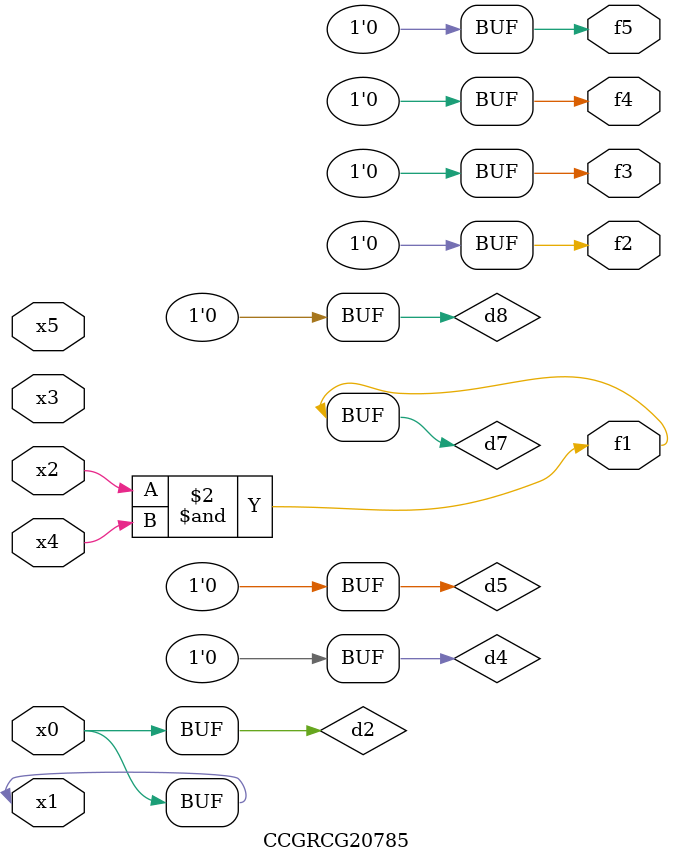
<source format=v>
module CCGRCG20785(
	input x0, x1, x2, x3, x4, x5,
	output f1, f2, f3, f4, f5
);

	wire d1, d2, d3, d4, d5, d6, d7, d8, d9;

	nand (d1, x1);
	buf (d2, x0, x1);
	nand (d3, x2, x4);
	and (d4, d1, d2);
	and (d5, d1, d2);
	nand (d6, d1, d3);
	not (d7, d3);
	xor (d8, d5);
	nor (d9, d5, d6);
	assign f1 = d7;
	assign f2 = d8;
	assign f3 = d8;
	assign f4 = d8;
	assign f5 = d8;
endmodule

</source>
